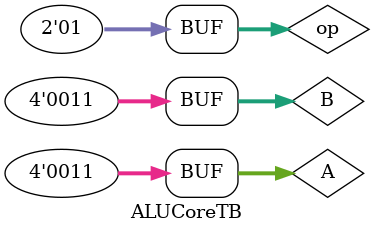
<source format=sv>
`timescale 1ns/1ns


module ALUCoreTB();

logic [3:0] A,B;
logic [1:0]op;
wire overflow,zero;
wire [3:0]s;

ALUCore instant(A,B,op,overflow,zero,s);

initial begin
    
    A = 4'b0011;
    B = 4'b0010;
    op = 2'b01;

    #100
    A = 4'b0010;
    B = 4'b0011;
    op = 2'b10;

    #100
    A = 4'b0110;
    B = 4'b0111;
    op = 2'b00;

    #100
    A = 4'b0011;
    B = 4'b0011;
    op = 2'b01;
end
    
endmodule
</source>
